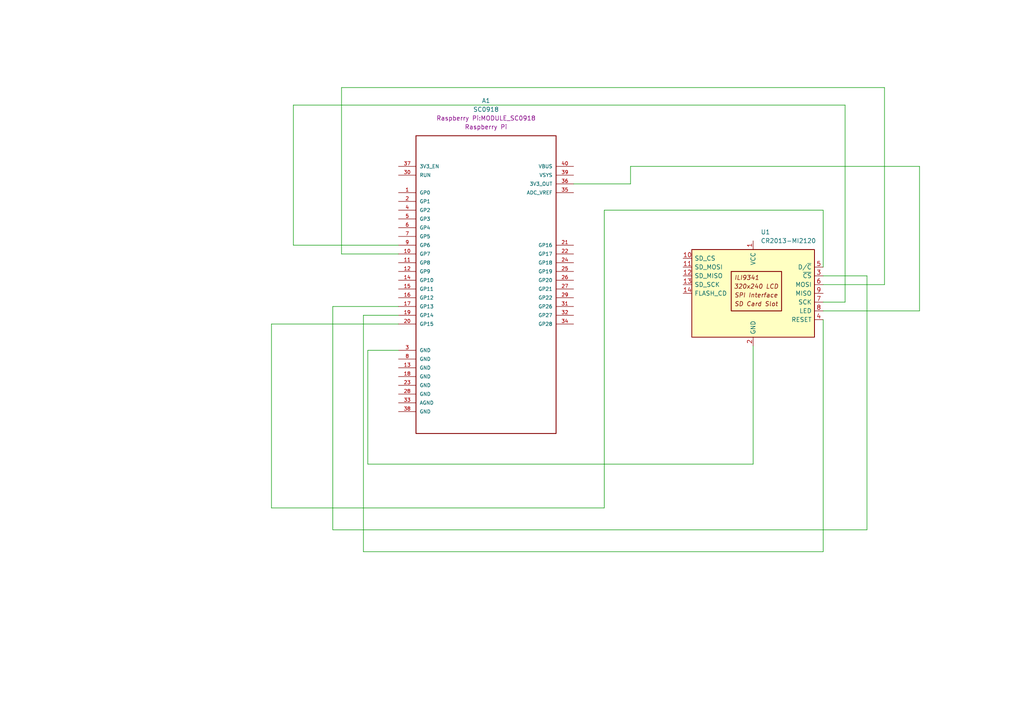
<source format=kicad_sch>
(kicad_sch
	(version 20231120)
	(generator "eeschema")
	(generator_version "8.0")
	(uuid "845a3081-8424-4e37-a0c3-7eb0edc9c761")
	(paper "A4")
	(lib_symbols
		(symbol "Driver_Display:CR2013-MI2120"
			(pin_names
				(offset 0.762)
			)
			(exclude_from_sim no)
			(in_bom yes)
			(on_board yes)
			(property "Reference" "U"
				(at -17.526 13.97 0)
				(effects
					(font
						(size 1.27 1.27)
					)
					(justify left)
				)
			)
			(property "Value" "CR2013-MI2120"
				(at 1.905 13.97 0)
				(effects
					(font
						(size 1.27 1.27)
					)
					(justify left)
				)
			)
			(property "Footprint" "Display:CR2013-MI2120"
				(at 0 -17.78 0)
				(effects
					(font
						(size 1.27 1.27)
					)
					(hide yes)
				)
			)
			(property "Datasheet" "http://pan.baidu.com/s/11Y990"
				(at -16.51 12.7 0)
				(effects
					(font
						(size 1.27 1.27)
					)
					(hide yes)
				)
			)
			(property "Description" "ILI9341 controller, SPI TFT LCD Display, 9-pin breakout PCB, 4-pin SD card interface, 5V/3.3V"
				(at 0 0 0)
				(effects
					(font
						(size 1.27 1.27)
					)
					(hide yes)
				)
			)
			(property "ki_keywords" "driver display"
				(at 0 0 0)
				(effects
					(font
						(size 1.27 1.27)
					)
					(hide yes)
				)
			)
			(property "ki_fp_filters" "*CR2013*MI2120*"
				(at 0 0 0)
				(effects
					(font
						(size 1.27 1.27)
					)
					(hide yes)
				)
			)
			(symbol "CR2013-MI2120_0_0"
				(text "320x240 LCD"
					(at 0.889 2.032 0)
					(effects
						(font
							(size 1.27 1.27)
							(italic yes)
						)
					)
				)
				(text "ILI9341"
					(at -5.461 4.572 0)
					(effects
						(font
							(size 1.27 1.27)
							(italic yes)
						)
						(justify left)
					)
				)
				(text "SD Card Slot"
					(at -5.461 -3.048 0)
					(effects
						(font
							(size 1.27 1.27)
							(italic yes)
						)
						(justify left)
					)
				)
				(text "SPI Interface"
					(at -5.461 -0.508 0)
					(effects
						(font
							(size 1.27 1.27)
							(italic yes)
						)
						(justify left)
					)
				)
			)
			(symbol "CR2013-MI2120_0_1"
				(rectangle
					(start -17.78 12.7)
					(end 17.78 -12.7)
					(stroke
						(width 0.254)
						(type default)
					)
					(fill
						(type background)
					)
				)
				(rectangle
					(start -6.35 6.35)
					(end 8.255 -5.08)
					(stroke
						(width 0.254)
						(type default)
					)
					(fill
						(type none)
					)
				)
			)
			(symbol "CR2013-MI2120_1_1"
				(pin power_in line
					(at 0 15.24 270)
					(length 2.54)
					(name "VCC"
						(effects
							(font
								(size 1.27 1.27)
							)
						)
					)
					(number "1"
						(effects
							(font
								(size 1.27 1.27)
							)
						)
					)
				)
				(pin input line
					(at -20.32 10.16 0)
					(length 2.54)
					(name "SD_CS"
						(effects
							(font
								(size 1.27 1.27)
							)
						)
					)
					(number "10"
						(effects
							(font
								(size 1.27 1.27)
							)
						)
					)
				)
				(pin input line
					(at -20.32 7.62 0)
					(length 2.54)
					(name "SD_MOSI"
						(effects
							(font
								(size 1.27 1.27)
							)
						)
					)
					(number "11"
						(effects
							(font
								(size 1.27 1.27)
							)
						)
					)
				)
				(pin output line
					(at -20.32 5.08 0)
					(length 2.54)
					(name "SD_MISO"
						(effects
							(font
								(size 1.27 1.27)
							)
						)
					)
					(number "12"
						(effects
							(font
								(size 1.27 1.27)
							)
						)
					)
				)
				(pin input line
					(at -20.32 2.54 0)
					(length 2.54)
					(name "SD_SCK"
						(effects
							(font
								(size 1.27 1.27)
							)
						)
					)
					(number "13"
						(effects
							(font
								(size 1.27 1.27)
							)
						)
					)
				)
				(pin input line
					(at -20.32 0 0)
					(length 2.54)
					(name "FLASH_CD"
						(effects
							(font
								(size 1.27 1.27)
							)
						)
					)
					(number "14"
						(effects
							(font
								(size 1.27 1.27)
							)
						)
					)
				)
				(pin power_in line
					(at 0 -15.24 90)
					(length 2.54)
					(name "GND"
						(effects
							(font
								(size 1.27 1.27)
							)
						)
					)
					(number "2"
						(effects
							(font
								(size 1.27 1.27)
							)
						)
					)
				)
				(pin input line
					(at 20.32 5.08 180)
					(length 2.54)
					(name "~{CS}"
						(effects
							(font
								(size 1.27 1.27)
							)
						)
					)
					(number "3"
						(effects
							(font
								(size 1.27 1.27)
							)
						)
					)
				)
				(pin input line
					(at 20.32 -7.62 180)
					(length 2.54)
					(name "RESET"
						(effects
							(font
								(size 1.27 1.27)
							)
						)
					)
					(number "4"
						(effects
							(font
								(size 1.27 1.27)
							)
						)
					)
				)
				(pin input line
					(at 20.32 7.62 180)
					(length 2.54)
					(name "D/~{C}"
						(effects
							(font
								(size 1.27 1.27)
							)
						)
					)
					(number "5"
						(effects
							(font
								(size 1.27 1.27)
							)
						)
					)
				)
				(pin input line
					(at 20.32 2.54 180)
					(length 2.54)
					(name "MOSI"
						(effects
							(font
								(size 1.27 1.27)
							)
						)
					)
					(number "6"
						(effects
							(font
								(size 1.27 1.27)
							)
						)
					)
				)
				(pin input line
					(at 20.32 -2.54 180)
					(length 2.54)
					(name "SCK"
						(effects
							(font
								(size 1.27 1.27)
							)
						)
					)
					(number "7"
						(effects
							(font
								(size 1.27 1.27)
							)
						)
					)
				)
				(pin input line
					(at 20.32 -5.08 180)
					(length 2.54)
					(name "LED"
						(effects
							(font
								(size 1.27 1.27)
							)
						)
					)
					(number "8"
						(effects
							(font
								(size 1.27 1.27)
							)
						)
					)
				)
				(pin output line
					(at 20.32 0 180)
					(length 2.54)
					(name "MISO"
						(effects
							(font
								(size 1.27 1.27)
							)
						)
					)
					(number "9"
						(effects
							(font
								(size 1.27 1.27)
							)
						)
					)
				)
			)
		)
		(symbol "Pico_W:SC0918"
			(pin_names
				(offset 1.016)
			)
			(exclude_from_sim no)
			(in_bom yes)
			(on_board yes)
			(property "Reference" "A1"
				(at 0 58.42 0)
				(effects
					(font
						(size 1.27 1.27)
					)
				)
			)
			(property "Value" "SC0918"
				(at 0 55.88 0)
				(effects
					(font
						(size 1.27 1.27)
					)
				)
			)
			(property "Footprint" "Raspberry Pi:MODULE_SC0918"
				(at -12.7 -46.99 0)
				(effects
					(font
						(size 1.27 1.27)
					)
					(justify bottom)
				)
			)
			(property "Datasheet" "https://datasheets.raspberrypi.com/picow/pico-w-datasheet.pdf"
				(at -26.67 -49.53 0)
				(effects
					(font
						(size 1.27 1.27)
					)
					(justify left bottom)
					(hide yes)
				)
			)
			(property "Description" ""
				(at 0 0 0)
				(effects
					(font
						(size 1.27 1.27)
					)
					(hide yes)
				)
			)
			(property "manufacturer" "Raspberry Pi"
				(at 0 53.34 0)
				(effects
					(font
						(size 1.27 1.27)
					)
				)
			)
			(property "P/N" "SC0918"
				(at 0 50.8 0)
				(effects
					(font
						(size 1.27 1.27)
					)
					(hide yes)
				)
			)
			(property "PARTREV" "1.6"
				(at 0 48.26 0)
				(effects
					(font
						(size 1.27 1.27)
					)
					(hide yes)
				)
			)
			(property "MAXIMUM_PACKAGE_HEIGHT" "3.73mm"
				(at 0 45.72 0)
				(effects
					(font
						(size 1.27 1.27)
					)
					(hide yes)
				)
			)
			(symbol "SC0918_0_0"
				(rectangle
					(start -20.32 -43.18)
					(end 20.32 43.18)
					(stroke
						(width 0.254)
						(type default)
					)
					(fill
						(type none)
					)
				)
				(pin bidirectional line
					(at -25.4 26.67 0)
					(length 5.08)
					(name "GP0"
						(effects
							(font
								(size 1.016 1.016)
							)
						)
					)
					(number "1"
						(effects
							(font
								(size 1.016 1.016)
							)
						)
					)
				)
				(pin bidirectional line
					(at -25.4 8.89 0)
					(length 5.08)
					(name "GP7"
						(effects
							(font
								(size 1.016 1.016)
							)
						)
					)
					(number "10"
						(effects
							(font
								(size 1.016 1.016)
							)
						)
					)
				)
				(pin bidirectional line
					(at -25.4 6.35 0)
					(length 5.08)
					(name "GP8"
						(effects
							(font
								(size 1.016 1.016)
							)
						)
					)
					(number "11"
						(effects
							(font
								(size 1.016 1.016)
							)
						)
					)
				)
				(pin bidirectional line
					(at -25.4 3.81 0)
					(length 5.08)
					(name "GP9"
						(effects
							(font
								(size 1.016 1.016)
							)
						)
					)
					(number "12"
						(effects
							(font
								(size 1.016 1.016)
							)
						)
					)
				)
				(pin power_in line
					(at -25.4 -24.13 0)
					(length 5.08)
					(name "GND"
						(effects
							(font
								(size 1.016 1.016)
							)
						)
					)
					(number "13"
						(effects
							(font
								(size 1.016 1.016)
							)
						)
					)
				)
				(pin bidirectional line
					(at -25.4 1.27 0)
					(length 5.08)
					(name "GP10"
						(effects
							(font
								(size 1.016 1.016)
							)
						)
					)
					(number "14"
						(effects
							(font
								(size 1.016 1.016)
							)
						)
					)
				)
				(pin bidirectional line
					(at -25.4 -1.27 0)
					(length 5.08)
					(name "GP11"
						(effects
							(font
								(size 1.016 1.016)
							)
						)
					)
					(number "15"
						(effects
							(font
								(size 1.016 1.016)
							)
						)
					)
				)
				(pin bidirectional line
					(at -25.4 -3.81 0)
					(length 5.08)
					(name "GP12"
						(effects
							(font
								(size 1.016 1.016)
							)
						)
					)
					(number "16"
						(effects
							(font
								(size 1.016 1.016)
							)
						)
					)
				)
				(pin bidirectional line
					(at -25.4 -6.35 0)
					(length 5.08)
					(name "GP13"
						(effects
							(font
								(size 1.016 1.016)
							)
						)
					)
					(number "17"
						(effects
							(font
								(size 1.016 1.016)
							)
						)
					)
				)
				(pin power_in line
					(at -25.4 -26.67 0)
					(length 5.08)
					(name "GND"
						(effects
							(font
								(size 1.016 1.016)
							)
						)
					)
					(number "18"
						(effects
							(font
								(size 1.016 1.016)
							)
						)
					)
				)
				(pin bidirectional line
					(at -25.4 -8.89 0)
					(length 5.08)
					(name "GP14"
						(effects
							(font
								(size 1.016 1.016)
							)
						)
					)
					(number "19"
						(effects
							(font
								(size 1.016 1.016)
							)
						)
					)
				)
				(pin bidirectional line
					(at -25.4 24.13 0)
					(length 5.08)
					(name "GP1"
						(effects
							(font
								(size 1.016 1.016)
							)
						)
					)
					(number "2"
						(effects
							(font
								(size 1.016 1.016)
							)
						)
					)
				)
				(pin bidirectional line
					(at -25.4 -11.43 0)
					(length 5.08)
					(name "GP15"
						(effects
							(font
								(size 1.016 1.016)
							)
						)
					)
					(number "20"
						(effects
							(font
								(size 1.016 1.016)
							)
						)
					)
				)
				(pin bidirectional line
					(at 25.4 11.43 180)
					(length 5.08)
					(name "GP16"
						(effects
							(font
								(size 1.016 1.016)
							)
						)
					)
					(number "21"
						(effects
							(font
								(size 1.016 1.016)
							)
						)
					)
				)
				(pin bidirectional line
					(at 25.4 8.89 180)
					(length 5.08)
					(name "GP17"
						(effects
							(font
								(size 1.016 1.016)
							)
						)
					)
					(number "22"
						(effects
							(font
								(size 1.016 1.016)
							)
						)
					)
				)
				(pin power_in line
					(at -25.4 -29.21 0)
					(length 5.08)
					(name "GND"
						(effects
							(font
								(size 1.016 1.016)
							)
						)
					)
					(number "23"
						(effects
							(font
								(size 1.016 1.016)
							)
						)
					)
				)
				(pin bidirectional line
					(at 25.4 6.35 180)
					(length 5.08)
					(name "GP18"
						(effects
							(font
								(size 1.016 1.016)
							)
						)
					)
					(number "24"
						(effects
							(font
								(size 1.016 1.016)
							)
						)
					)
				)
				(pin bidirectional line
					(at 25.4 3.81 180)
					(length 5.08)
					(name "GP19"
						(effects
							(font
								(size 1.016 1.016)
							)
						)
					)
					(number "25"
						(effects
							(font
								(size 1.016 1.016)
							)
						)
					)
				)
				(pin bidirectional line
					(at 25.4 1.27 180)
					(length 5.08)
					(name "GP20"
						(effects
							(font
								(size 1.016 1.016)
							)
						)
					)
					(number "26"
						(effects
							(font
								(size 1.016 1.016)
							)
						)
					)
				)
				(pin bidirectional line
					(at 25.4 -1.27 180)
					(length 5.08)
					(name "GP21"
						(effects
							(font
								(size 1.016 1.016)
							)
						)
					)
					(number "27"
						(effects
							(font
								(size 1.016 1.016)
							)
						)
					)
				)
				(pin power_in line
					(at -25.4 -31.75 0)
					(length 5.08)
					(name "GND"
						(effects
							(font
								(size 1.016 1.016)
							)
						)
					)
					(number "28"
						(effects
							(font
								(size 1.016 1.016)
							)
						)
					)
				)
				(pin bidirectional line
					(at 25.4 -3.81 180)
					(length 5.08)
					(name "GP22"
						(effects
							(font
								(size 1.016 1.016)
							)
						)
					)
					(number "29"
						(effects
							(font
								(size 1.016 1.016)
							)
						)
					)
				)
				(pin power_in line
					(at -25.4 -19.05 0)
					(length 5.08)
					(name "GND"
						(effects
							(font
								(size 1.016 1.016)
							)
						)
					)
					(number "3"
						(effects
							(font
								(size 1.016 1.016)
							)
						)
					)
				)
				(pin input line
					(at -25.4 31.75 0)
					(length 5.08)
					(name "RUN"
						(effects
							(font
								(size 1.016 1.016)
							)
						)
					)
					(number "30"
						(effects
							(font
								(size 1.016 1.016)
							)
						)
					)
				)
				(pin bidirectional line
					(at 25.4 -6.35 180)
					(length 5.08)
					(name "GP26"
						(effects
							(font
								(size 1.016 1.016)
							)
						)
					)
					(number "31"
						(effects
							(font
								(size 1.016 1.016)
							)
						)
					)
				)
				(pin bidirectional line
					(at 25.4 -8.89 180)
					(length 5.08)
					(name "GP27"
						(effects
							(font
								(size 1.016 1.016)
							)
						)
					)
					(number "32"
						(effects
							(font
								(size 1.016 1.016)
							)
						)
					)
				)
				(pin power_in line
					(at -25.4 -34.29 0)
					(length 5.08)
					(name "AGND"
						(effects
							(font
								(size 1.016 1.016)
							)
						)
					)
					(number "33"
						(effects
							(font
								(size 1.016 1.016)
							)
						)
					)
				)
				(pin bidirectional line
					(at 25.4 -11.43 180)
					(length 5.08)
					(name "GP28"
						(effects
							(font
								(size 1.016 1.016)
							)
						)
					)
					(number "34"
						(effects
							(font
								(size 1.016 1.016)
							)
						)
					)
				)
				(pin power_in line
					(at 25.4 26.67 180)
					(length 5.08)
					(name "ADC_VREF"
						(effects
							(font
								(size 1.016 1.016)
							)
						)
					)
					(number "35"
						(effects
							(font
								(size 1.016 1.016)
							)
						)
					)
				)
				(pin power_in line
					(at 25.4 29.21 180)
					(length 5.08)
					(name "3V3_OUT"
						(effects
							(font
								(size 1.016 1.016)
							)
						)
					)
					(number "36"
						(effects
							(font
								(size 1.016 1.016)
							)
						)
					)
				)
				(pin input line
					(at -25.4 34.29 0)
					(length 5.08)
					(name "3V3_EN"
						(effects
							(font
								(size 1.016 1.016)
							)
						)
					)
					(number "37"
						(effects
							(font
								(size 1.016 1.016)
							)
						)
					)
				)
				(pin power_in line
					(at -25.4 -36.83 0)
					(length 5.08)
					(name "GND"
						(effects
							(font
								(size 1.016 1.016)
							)
						)
					)
					(number "38"
						(effects
							(font
								(size 1.016 1.016)
							)
						)
					)
				)
				(pin free line
					(at 25.4 31.75 180)
					(length 5.08)
					(name "VSYS"
						(effects
							(font
								(size 1.016 1.016)
							)
						)
					)
					(number "39"
						(effects
							(font
								(size 1.016 1.016)
							)
						)
					)
				)
				(pin bidirectional line
					(at -25.4 21.59 0)
					(length 5.08)
					(name "GP2"
						(effects
							(font
								(size 1.016 1.016)
							)
						)
					)
					(number "4"
						(effects
							(font
								(size 1.016 1.016)
							)
						)
					)
				)
				(pin free line
					(at 25.4 34.29 180)
					(length 5.08)
					(name "VBUS"
						(effects
							(font
								(size 1.016 1.016)
							)
						)
					)
					(number "40"
						(effects
							(font
								(size 1.016 1.016)
							)
						)
					)
				)
				(pin bidirectional line
					(at -25.4 19.05 0)
					(length 5.08)
					(name "GP3"
						(effects
							(font
								(size 1.016 1.016)
							)
						)
					)
					(number "5"
						(effects
							(font
								(size 1.016 1.016)
							)
						)
					)
				)
				(pin bidirectional line
					(at -25.4 16.51 0)
					(length 5.08)
					(name "GP4"
						(effects
							(font
								(size 1.016 1.016)
							)
						)
					)
					(number "6"
						(effects
							(font
								(size 1.016 1.016)
							)
						)
					)
				)
				(pin bidirectional line
					(at -25.4 13.97 0)
					(length 5.08)
					(name "GP5"
						(effects
							(font
								(size 1.016 1.016)
							)
						)
					)
					(number "7"
						(effects
							(font
								(size 1.016 1.016)
							)
						)
					)
				)
				(pin power_in line
					(at -25.4 -21.59 0)
					(length 5.08)
					(name "GND"
						(effects
							(font
								(size 1.016 1.016)
							)
						)
					)
					(number "8"
						(effects
							(font
								(size 1.016 1.016)
							)
						)
					)
				)
				(pin bidirectional line
					(at -25.4 11.43 0)
					(length 5.08)
					(name "GP6"
						(effects
							(font
								(size 1.016 1.016)
							)
						)
					)
					(number "9"
						(effects
							(font
								(size 1.016 1.016)
							)
						)
					)
				)
			)
		)
	)
	(wire
		(pts
			(xy 78.74 93.98) (xy 115.57 93.98)
		)
		(stroke
			(width 0)
			(type default)
		)
		(uuid "03142a90-671a-402a-af1d-4982aea3ccef")
	)
	(wire
		(pts
			(xy 105.41 91.44) (xy 115.57 91.44)
		)
		(stroke
			(width 0)
			(type default)
		)
		(uuid "0d3935a5-ee94-46f4-b7f9-d73703d09023")
	)
	(wire
		(pts
			(xy 182.88 48.26) (xy 182.88 53.34)
		)
		(stroke
			(width 0)
			(type default)
		)
		(uuid "138be498-bb0f-4979-b778-c91ae1371336")
	)
	(wire
		(pts
			(xy 175.26 60.96) (xy 175.26 147.32)
		)
		(stroke
			(width 0)
			(type default)
		)
		(uuid "164c5d57-a4be-41ed-b954-014fc380003b")
	)
	(wire
		(pts
			(xy 238.76 77.47) (xy 238.76 60.96)
		)
		(stroke
			(width 0)
			(type default)
		)
		(uuid "24f16760-b837-42da-8607-beb48d4aac4f")
	)
	(wire
		(pts
			(xy 238.76 60.96) (xy 175.26 60.96)
		)
		(stroke
			(width 0)
			(type default)
		)
		(uuid "295e4de8-8063-41c1-a59f-142cf7a3741f")
	)
	(wire
		(pts
			(xy 251.46 80.01) (xy 251.46 153.67)
		)
		(stroke
			(width 0)
			(type default)
		)
		(uuid "2ba9c3f2-aec3-4453-9cbc-e5fa9d1a9ade")
	)
	(wire
		(pts
			(xy 245.11 30.48) (xy 85.09 30.48)
		)
		(stroke
			(width 0)
			(type default)
		)
		(uuid "2c3dcb7a-2f0b-4010-b92c-088a9a33cdcf")
	)
	(wire
		(pts
			(xy 106.68 101.6) (xy 115.57 101.6)
		)
		(stroke
			(width 0)
			(type default)
		)
		(uuid "2d876d55-01e1-40b6-b69c-c3e5de6662a6")
	)
	(wire
		(pts
			(xy 218.44 100.33) (xy 218.44 134.62)
		)
		(stroke
			(width 0)
			(type default)
		)
		(uuid "376a35f3-0f5a-4730-9022-8b5e2891cbbf")
	)
	(wire
		(pts
			(xy 256.54 82.55) (xy 256.54 25.4)
		)
		(stroke
			(width 0)
			(type default)
		)
		(uuid "42c837b4-6dfc-4f46-acbd-727c791361b4")
	)
	(wire
		(pts
			(xy 99.06 73.66) (xy 115.57 73.66)
		)
		(stroke
			(width 0)
			(type default)
		)
		(uuid "4a99d03b-691a-4592-a28b-67016ddda984")
	)
	(wire
		(pts
			(xy 238.76 87.63) (xy 245.11 87.63)
		)
		(stroke
			(width 0)
			(type default)
		)
		(uuid "5aa6e810-2e21-48cd-981e-a726c43bfb03")
	)
	(wire
		(pts
			(xy 85.09 30.48) (xy 85.09 71.12)
		)
		(stroke
			(width 0)
			(type default)
		)
		(uuid "60f67ef2-f8d4-4294-965d-59ff8f5aa7ff")
	)
	(wire
		(pts
			(xy 256.54 25.4) (xy 99.06 25.4)
		)
		(stroke
			(width 0)
			(type default)
		)
		(uuid "61a08b58-36e7-4330-8322-a876823ab465")
	)
	(wire
		(pts
			(xy 245.11 87.63) (xy 245.11 30.48)
		)
		(stroke
			(width 0)
			(type default)
		)
		(uuid "68c88906-6a78-4f15-9779-dc31ecebab10")
	)
	(wire
		(pts
			(xy 96.52 88.9) (xy 115.57 88.9)
		)
		(stroke
			(width 0)
			(type default)
		)
		(uuid "72c55c00-dd40-429f-8be1-9d71035499fe")
	)
	(wire
		(pts
			(xy 238.76 160.02) (xy 105.41 160.02)
		)
		(stroke
			(width 0)
			(type default)
		)
		(uuid "7c4f1e80-66e0-489f-9bcb-fe3583bca3ad")
	)
	(wire
		(pts
			(xy 106.68 134.62) (xy 106.68 101.6)
		)
		(stroke
			(width 0)
			(type default)
		)
		(uuid "7e7da63a-b72c-48d8-9104-d33f8fd27de6")
	)
	(wire
		(pts
			(xy 105.41 160.02) (xy 105.41 91.44)
		)
		(stroke
			(width 0)
			(type default)
		)
		(uuid "979f0ca7-8061-4665-8e78-46b6fa9e27a8")
	)
	(wire
		(pts
			(xy 218.44 134.62) (xy 106.68 134.62)
		)
		(stroke
			(width 0)
			(type default)
		)
		(uuid "97bcdcc8-1577-4902-b3eb-68a53f73c204")
	)
	(wire
		(pts
			(xy 266.7 48.26) (xy 182.88 48.26)
		)
		(stroke
			(width 0)
			(type default)
		)
		(uuid "9a331c18-54c4-42ff-8284-77d6ae4eeda2")
	)
	(wire
		(pts
			(xy 99.06 25.4) (xy 99.06 73.66)
		)
		(stroke
			(width 0)
			(type default)
		)
		(uuid "a0314c2f-2656-405c-8de2-8ae8cc39f118")
	)
	(wire
		(pts
			(xy 251.46 153.67) (xy 96.52 153.67)
		)
		(stroke
			(width 0)
			(type default)
		)
		(uuid "aa136198-4ac2-433d-ba81-15afa4590e09")
	)
	(wire
		(pts
			(xy 85.09 71.12) (xy 115.57 71.12)
		)
		(stroke
			(width 0)
			(type default)
		)
		(uuid "aaf204c5-55a9-4baa-b7cf-30f2038cf0be")
	)
	(wire
		(pts
			(xy 96.52 153.67) (xy 96.52 88.9)
		)
		(stroke
			(width 0)
			(type default)
		)
		(uuid "adde8111-e844-42af-b745-7e1a8d4c0c37")
	)
	(wire
		(pts
			(xy 238.76 80.01) (xy 251.46 80.01)
		)
		(stroke
			(width 0)
			(type default)
		)
		(uuid "b558c3b0-d4f3-4ce0-9b4f-7788688e8c8a")
	)
	(wire
		(pts
			(xy 175.26 147.32) (xy 78.74 147.32)
		)
		(stroke
			(width 0)
			(type default)
		)
		(uuid "c568166b-331c-464e-a37f-de271148f375")
	)
	(wire
		(pts
			(xy 182.88 53.34) (xy 166.37 53.34)
		)
		(stroke
			(width 0)
			(type default)
		)
		(uuid "ccc1c923-a286-473b-874f-fc0db9fd9260")
	)
	(wire
		(pts
			(xy 78.74 147.32) (xy 78.74 93.98)
		)
		(stroke
			(width 0)
			(type default)
		)
		(uuid "ccd58ad7-81d7-49dd-9fc2-d902e12a6e8c")
	)
	(wire
		(pts
			(xy 266.7 90.17) (xy 266.7 48.26)
		)
		(stroke
			(width 0)
			(type default)
		)
		(uuid "ce70ed1d-6454-4cf9-aa00-46e9f76e81a3")
	)
	(wire
		(pts
			(xy 238.76 92.71) (xy 238.76 160.02)
		)
		(stroke
			(width 0)
			(type default)
		)
		(uuid "d0e7b9cd-ce9f-4ea1-ba72-2cbb8f40f0e3")
	)
	(wire
		(pts
			(xy 238.76 82.55) (xy 256.54 82.55)
		)
		(stroke
			(width 0)
			(type default)
		)
		(uuid "fa285ca5-c255-4b94-bf2b-858e2c02feb5")
	)
	(wire
		(pts
			(xy 238.76 90.17) (xy 266.7 90.17)
		)
		(stroke
			(width 0)
			(type default)
		)
		(uuid "ff95463b-38ce-48b0-bde4-d49653fccde2")
	)
	(symbol
		(lib_id "Driver_Display:CR2013-MI2120")
		(at 218.44 85.09 0)
		(unit 1)
		(exclude_from_sim no)
		(in_bom yes)
		(on_board yes)
		(dnp no)
		(fields_autoplaced yes)
		(uuid "5c6d6cd4-b6bc-4f69-bee1-2b61d32fc262")
		(property "Reference" "U1"
			(at 220.6341 67.31 0)
			(effects
				(font
					(size 1.27 1.27)
				)
				(justify left)
			)
		)
		(property "Value" "CR2013-MI2120"
			(at 220.6341 69.85 0)
			(effects
				(font
					(size 1.27 1.27)
				)
				(justify left)
			)
		)
		(property "Footprint" "Display:CR2013-MI2120"
			(at 218.44 102.87 0)
			(effects
				(font
					(size 1.27 1.27)
				)
				(hide yes)
			)
		)
		(property "Datasheet" "http://pan.baidu.com/s/11Y990"
			(at 201.93 72.39 0)
			(effects
				(font
					(size 1.27 1.27)
				)
				(hide yes)
			)
		)
		(property "Description" "ILI9341 controller, SPI TFT LCD Display, 9-pin breakout PCB, 4-pin SD card interface, 5V/3.3V"
			(at 218.44 85.09 0)
			(effects
				(font
					(size 1.27 1.27)
				)
				(hide yes)
			)
		)
		(pin "7"
			(uuid "34d4ae06-9d50-4b63-9013-0d128992a793")
		)
		(pin "9"
			(uuid "0886d567-0e64-48bd-a197-54b147b12dd2")
		)
		(pin "11"
			(uuid "0f146955-c1ff-461a-8b97-d4c1d433831c")
		)
		(pin "1"
			(uuid "a6f6a7bf-56fc-4122-bf0f-4bc0debfb33b")
		)
		(pin "12"
			(uuid "9b86e67a-b7de-41cb-8d51-8292c11f3a55")
		)
		(pin "10"
			(uuid "fed23e23-4d1d-4b51-b6dc-f6bbdaa1ee0b")
		)
		(pin "8"
			(uuid "ea800263-aaca-47aa-9808-ff0d1c2ee256")
		)
		(pin "3"
			(uuid "54b62fe8-801c-4a81-aebe-8a0c67410bf3")
		)
		(pin "13"
			(uuid "ccd15cb4-05e4-4b89-9d61-022473d5cf21")
		)
		(pin "14"
			(uuid "d8ae6ac0-222c-43e9-ad27-b19f29f9d008")
		)
		(pin "6"
			(uuid "ab45bc8b-5403-423d-8598-519a1f466d04")
		)
		(pin "5"
			(uuid "537642ea-94cc-431d-9fdb-c91c372df4f0")
		)
		(pin "2"
			(uuid "3204cb9d-9728-4a9e-8338-a3264756304d")
		)
		(pin "4"
			(uuid "5bdec881-16dc-4f0e-97ce-701dface91ed")
		)
		(instances
			(project "pacman_game"
				(path "/845a3081-8424-4e37-a0c3-7eb0edc9c761"
					(reference "U1")
					(unit 1)
				)
			)
		)
	)
	(symbol
		(lib_id "Pico_W:SC0918")
		(at 140.97 82.55 0)
		(unit 1)
		(exclude_from_sim no)
		(in_bom yes)
		(on_board yes)
		(dnp no)
		(fields_autoplaced yes)
		(uuid "83a2a12a-098c-46b4-9108-2db62472ee2a")
		(property "Reference" "A1"
			(at 140.97 29.21 0)
			(effects
				(font
					(size 1.27 1.27)
				)
			)
		)
		(property "Value" "SC0918"
			(at 140.97 31.75 0)
			(effects
				(font
					(size 1.27 1.27)
				)
			)
		)
		(property "Footprint" "Raspberry Pi:MODULE_SC0918"
			(at 140.97 34.29 0)
			(effects
				(font
					(size 1.27 1.27)
				)
			)
		)
		(property "Datasheet" "https://datasheets.raspberrypi.com/picow/pico-w-datasheet.pdf"
			(at 114.3 132.08 0)
			(effects
				(font
					(size 1.27 1.27)
				)
				(justify left bottom)
				(hide yes)
			)
		)
		(property "Description" ""
			(at 140.97 82.55 0)
			(effects
				(font
					(size 1.27 1.27)
				)
				(hide yes)
			)
		)
		(property "manufacturer" "Raspberry Pi"
			(at 140.97 36.83 0)
			(effects
				(font
					(size 1.27 1.27)
				)
			)
		)
		(property "P/N" "SC0918"
			(at 140.97 31.75 0)
			(effects
				(font
					(size 1.27 1.27)
				)
				(hide yes)
			)
		)
		(property "PARTREV" "1.6"
			(at 140.97 34.29 0)
			(effects
				(font
					(size 1.27 1.27)
				)
				(hide yes)
			)
		)
		(property "MAXIMUM_PACKAGE_HEIGHT" "3.73mm"
			(at 140.97 36.83 0)
			(effects
				(font
					(size 1.27 1.27)
				)
				(hide yes)
			)
		)
		(pin "34"
			(uuid "5f9d8dc8-2424-4c0e-af45-3b7dc6bfe651")
		)
		(pin "3"
			(uuid "009cea3f-3501-48fd-954c-8d86099e4e99")
		)
		(pin "28"
			(uuid "ea25361a-e92d-4f5d-bd23-95884c087605")
		)
		(pin "35"
			(uuid "ed92dc36-8291-4c7f-97e7-5a16df9dd313")
		)
		(pin "36"
			(uuid "3cd490de-31b0-4d07-b1b5-8291a10e9faa")
		)
		(pin "21"
			(uuid "d2a17345-d209-4a78-bb69-9b5976c307f9")
		)
		(pin "25"
			(uuid "e857d9b2-fd2f-48df-b575-84538ab345b0")
		)
		(pin "37"
			(uuid "5a22f296-513b-41c5-8ed6-c10347ccb6f0")
		)
		(pin "38"
			(uuid "a049ad0f-c9d3-4379-b411-b9567fe2d7ca")
		)
		(pin "27"
			(uuid "642a1a1a-49e9-4efd-88ba-9bedba5f7b9f")
		)
		(pin "20"
			(uuid "34944aff-b0a9-4d30-b2f7-ffa5dda27971")
		)
		(pin "22"
			(uuid "bb8ad356-2da2-42d9-bf1e-b7b597fcd51b")
		)
		(pin "24"
			(uuid "e98bda60-4f45-4452-aede-f24db4f0e17e")
		)
		(pin "23"
			(uuid "987639b5-9e15-45e4-9884-80aa86dccd2a")
		)
		(pin "30"
			(uuid "979753fd-6b83-4bd6-bd2d-d9cb8b11232a")
		)
		(pin "29"
			(uuid "872fe62a-826d-4331-8458-779e985f9335")
		)
		(pin "31"
			(uuid "0a57a4b7-18a4-478a-a41c-09f18e50f3fb")
		)
		(pin "32"
			(uuid "6851fc17-4f44-49e1-904a-0eca9e724b26")
		)
		(pin "2"
			(uuid "5dce4142-e6fe-4838-9118-c4b29d7a1c17")
		)
		(pin "33"
			(uuid "4938afd5-558e-45cb-928c-dc305f1da556")
		)
		(pin "26"
			(uuid "9dbda020-b80d-4ea6-80f8-ae1f5254b536")
		)
		(pin "4"
			(uuid "463f2289-4a45-404a-88cd-325e0932aecd")
		)
		(pin "7"
			(uuid "f35fdbbd-b6eb-42dc-b000-3edb08dccfbc")
		)
		(pin "8"
			(uuid "53d26434-7f7d-4468-8c35-7b7b447956cb")
		)
		(pin "40"
			(uuid "baede48d-0d7b-4a0f-8593-634e0244f0d0")
		)
		(pin "5"
			(uuid "266b52e5-4f61-41fb-9978-45f9f04f18fa")
		)
		(pin "39"
			(uuid "4db86d93-e7ba-4d81-bfc0-952fef40d94a")
		)
		(pin "9"
			(uuid "1725b637-772f-4454-a7d4-2b0e98c8fa0f")
		)
		(pin "6"
			(uuid "141f9ad8-1d58-4e39-8540-a777006354e5")
		)
		(pin "16"
			(uuid "7d8c72e8-ca0a-4b67-8af6-59fb6c1c39eb")
		)
		(pin "1"
			(uuid "bfb57255-cfb8-4788-8c86-2fdb461e4b88")
		)
		(pin "11"
			(uuid "d63b2c7c-5551-4e94-a01e-2f5c1f314839")
		)
		(pin "12"
			(uuid "f0ee584e-528e-431a-99be-c777fb93ec8e")
		)
		(pin "14"
			(uuid "cccac3c7-a219-4731-8c5c-748646d19ae0")
		)
		(pin "17"
			(uuid "070feb38-4078-43ac-b73b-c83f996f3fa9")
		)
		(pin "18"
			(uuid "d862a8c8-503f-4874-8910-77a506383cd1")
		)
		(pin "19"
			(uuid "94f25c64-0be9-40d6-8c13-f3e02cc93a19")
		)
		(pin "13"
			(uuid "249510ed-de69-47ac-8093-32967f1716ee")
		)
		(pin "10"
			(uuid "d521f993-e68a-48fc-a2fc-e7713475833d")
		)
		(pin "15"
			(uuid "beb741bf-6d5e-4a95-977d-5f895b17adaf")
		)
		(instances
			(project "pacman_game"
				(path "/845a3081-8424-4e37-a0c3-7eb0edc9c761"
					(reference "A1")
					(unit 1)
				)
			)
		)
	)
	(sheet_instances
		(path "/"
			(page "1")
		)
	)
)
</source>
